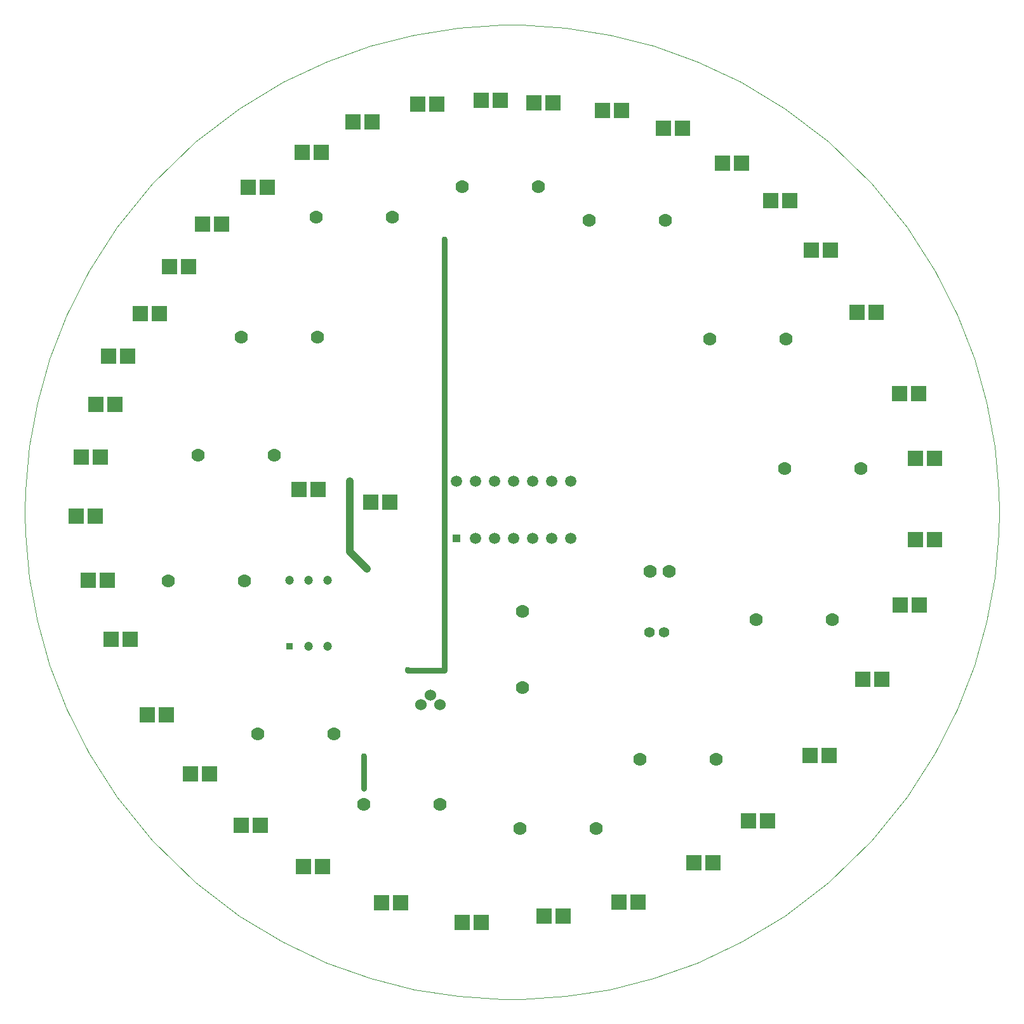
<source format=gbr>
G04 PROTEUS GERBER X2 FILE*
%TF.GenerationSoftware,Labcenter,Proteus,8.17-SP2-Build37159*%
%TF.CreationDate,2024-06-19T13:44:36+00:00*%
%TF.FileFunction,Copper,L1,Top*%
%TF.FilePolarity,Positive*%
%TF.Part,Single*%
%TF.SameCoordinates,{1d89ed81-d2fc-43df-ac84-501309ecc539}*%
%FSLAX45Y45*%
%MOMM*%
G01*
%TA.AperFunction,Conductor*%
%ADD10C,0.762000*%
%ADD11C,1.016000*%
%TA.AperFunction,ViaPad*%
%ADD12C,0.762000*%
%TA.AperFunction,ComponentPad*%
%ADD13R,1.059670X1.059670*%
%ADD14C,1.498600*%
%TA.AperFunction,ComponentPad*%
%ADD15R,0.848520X0.848520*%
%ADD16C,1.200000*%
%TA.AperFunction,ComponentPad*%
%ADD17R,2.032000X2.032000*%
%TA.AperFunction,WasherPad*%
%ADD18C,1.397000*%
%TA.AperFunction,ComponentPad*%
%ADD19C,1.524000*%
%TA.AperFunction,ComponentPad*%
%ADD70C,1.778000*%
%TA.AperFunction,Profile*%
%ADD71C,0.101600*%
%TD.AperFunction*%
D10*
X-1960024Y-3724696D02*
X-1960024Y-3303556D01*
X-1953444Y-3296976D01*
X-884145Y-2148713D02*
X-1371086Y-2148713D01*
X-1367796Y-2145423D01*
X-884145Y-2148713D02*
X-884145Y+3591433D01*
X-880956Y+3594622D01*
X-880623Y+3594622D01*
D11*
X-2145805Y+369535D02*
X-2145805Y-565896D01*
X-1917070Y-794631D01*
X-1913656Y-794631D01*
D12*
X-1960024Y-3724696D03*
X-1953444Y-3296976D03*
X-884145Y-2148713D03*
X-1367796Y-2145423D03*
X-880623Y+3594622D03*
X-2145805Y+369535D03*
X-1913656Y-794631D03*
D13*
X-724000Y-392000D03*
D14*
X-470000Y-392000D03*
X-216000Y-392000D03*
X+38000Y-392000D03*
X+292000Y-392000D03*
X+546000Y-392000D03*
X+800000Y-392000D03*
X+800000Y+370000D03*
X+546000Y+370000D03*
X+292000Y+370000D03*
X+38000Y+370000D03*
X-216000Y+370000D03*
X-470000Y+370000D03*
X-724000Y+370000D03*
D15*
X-2944000Y-1830000D03*
D16*
X-2690000Y-1830000D03*
X-2436000Y-1830000D03*
X-2436000Y-950000D03*
X-2690000Y-950000D03*
X-2944000Y-950000D03*
D17*
X-1612000Y+90000D03*
X-1866000Y+90000D03*
X-2820000Y+260000D03*
X-2566000Y+260000D03*
X+310000Y+5420000D03*
X+564000Y+5420000D03*
X+1230000Y+5320000D03*
X+1484000Y+5320000D03*
X+2036000Y+5080000D03*
X+2290000Y+5080000D03*
X+2826000Y+4610000D03*
X+3080000Y+4610000D03*
X+3470000Y+4110000D03*
X+3724000Y+4110000D03*
X+4016000Y+3450000D03*
X+4270000Y+3450000D03*
X+4626000Y+2620000D03*
X+4880000Y+2620000D03*
X+5190000Y+1540000D03*
X+5444000Y+1540000D03*
X+5400000Y+680000D03*
X+5654000Y+680000D03*
X+5404000Y-410000D03*
X+5658000Y-410000D03*
X+5200000Y-1280000D03*
X+5454000Y-1280000D03*
X+4700000Y-2270000D03*
X+4954000Y-2270000D03*
X+3996000Y-3290000D03*
X+4250000Y-3290000D03*
X+3176000Y-4160000D03*
X+3430000Y-4160000D03*
X+2450000Y-4720000D03*
X+2704000Y-4720000D03*
X+1450000Y-5240000D03*
X+1704000Y-5240000D03*
X+450000Y-5430000D03*
X+704000Y-5430000D03*
X-640000Y-5510000D03*
X-386000Y-5510000D03*
X-1720000Y-5250000D03*
X-1466000Y-5250000D03*
X-2760000Y-4770000D03*
X-2506000Y-4770000D03*
X-3590000Y-4220000D03*
X-3336000Y-4220000D03*
X-4264000Y-3530000D03*
X-4010000Y-3530000D03*
X-4840000Y-2740000D03*
X-4586000Y-2740000D03*
X-5330000Y-1740000D03*
X-5076000Y-1740000D03*
X-5630000Y-950000D03*
X-5376000Y-950000D03*
X-5790000Y-90000D03*
X-5536000Y-90000D03*
X-5724000Y+690000D03*
X-5470000Y+690000D03*
X-5530000Y+1400000D03*
X-5276000Y+1400000D03*
X-5360000Y+2040000D03*
X-5106000Y+2040000D03*
X-4940000Y+2610000D03*
X-4686000Y+2610000D03*
X-4544000Y+3230000D03*
X-4290000Y+3230000D03*
X-4110000Y+3800000D03*
X-3856000Y+3800000D03*
X-3500000Y+4290000D03*
X-3246000Y+4290000D03*
X-2780000Y+4760000D03*
X-2526000Y+4760000D03*
X-2100000Y+5160000D03*
X-1846000Y+5160000D03*
X-1240000Y+5400000D03*
X-986000Y+5400000D03*
X-390000Y+5450000D03*
X-136000Y+5450000D03*
D18*
X+1850000Y-1640000D03*
X+2050000Y-1640000D03*
D19*
X-1197000Y-2610000D03*
X-1070000Y-2483000D03*
X-943000Y-2610000D03*
D70*
X+2120000Y-830000D03*
X+1866000Y-830000D03*
X+160000Y-1360000D03*
X+160000Y-2376000D03*
X+1050000Y+3850000D03*
X+2066000Y+3850000D03*
X+2660000Y+2270000D03*
X+3676000Y+2270000D03*
X+3660000Y+540000D03*
X+4676000Y+540000D03*
X+3280000Y-1470000D03*
X+4296000Y-1470000D03*
X+1730000Y-3340000D03*
X+2746000Y-3340000D03*
X+130000Y-4260000D03*
X+1146000Y-4260000D03*
X-3370000Y-3000000D03*
X-2354000Y-3000000D03*
X-4560000Y-960000D03*
X-3544000Y-960000D03*
X-4170000Y+720000D03*
X-3154000Y+720000D03*
X-3590000Y+2290000D03*
X-2574000Y+2290000D03*
X-2590000Y+3890000D03*
X-1574000Y+3890000D03*
X-640000Y+4300000D03*
X+376000Y+4300000D03*
X-1960000Y-3940000D03*
X-944000Y-3940000D03*
D71*
X+6517204Y-40000D02*
X+6510628Y+252247D01*
X+6457778Y+836742D01*
X+6350754Y+1421237D01*
X+6186737Y+2005732D01*
X+5961007Y+2590227D01*
X+5666169Y+3174722D01*
X+5290637Y+3759217D01*
X+4815490Y+4343712D01*
X+4240227Y+4899974D01*
X+3655732Y+5344711D01*
X+3071237Y+5696167D01*
X+2486742Y+5970727D01*
X+1902247Y+6178586D01*
X+1317752Y+6326278D01*
X+733257Y+6417935D01*
X+148762Y+6455928D01*
X+20000Y+6457204D01*
X-6477204Y-40000D02*
X-6470628Y+252247D01*
X-6417778Y+836742D01*
X-6310754Y+1421237D01*
X-6146737Y+2005732D01*
X-5921007Y+2590227D01*
X-5626169Y+3174722D01*
X-5250637Y+3759217D01*
X-4775490Y+4343712D01*
X-4200227Y+4899974D01*
X-3615732Y+5344711D01*
X-3031237Y+5696167D01*
X-2446742Y+5970727D01*
X-1862247Y+6178586D01*
X-1277752Y+6326278D01*
X-693257Y+6417935D01*
X-108762Y+6455928D01*
X+20000Y+6457204D01*
X-6477204Y-40000D02*
X-6470628Y-332247D01*
X-6417778Y-916742D01*
X-6310754Y-1501237D01*
X-6146737Y-2085732D01*
X-5921007Y-2670227D01*
X-5626169Y-3254722D01*
X-5250637Y-3839217D01*
X-4775490Y-4423712D01*
X-4200227Y-4979974D01*
X-3615732Y-5424711D01*
X-3031237Y-5776167D01*
X-2446742Y-6050727D01*
X-1862247Y-6258586D01*
X-1277752Y-6406278D01*
X-693257Y-6497935D01*
X-108762Y-6535928D01*
X+20000Y-6537204D01*
X+6517204Y-40000D02*
X+6510628Y-332247D01*
X+6457778Y-916742D01*
X+6350754Y-1501237D01*
X+6186737Y-2085732D01*
X+5961007Y-2670227D01*
X+5666169Y-3254722D01*
X+5290637Y-3839217D01*
X+4815490Y-4423712D01*
X+4240227Y-4979974D01*
X+3655732Y-5424711D01*
X+3071237Y-5776167D01*
X+2486742Y-6050727D01*
X+1902247Y-6258586D01*
X+1317752Y-6406278D01*
X+733257Y-6497935D01*
X+148762Y-6535928D01*
X+20000Y-6537204D01*
M02*

</source>
